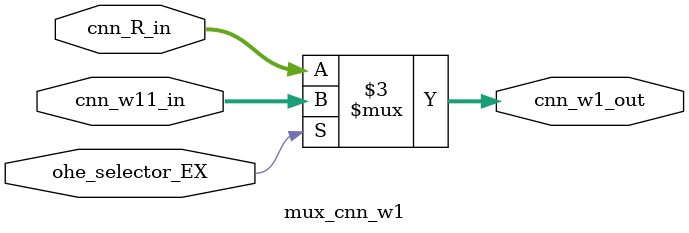
<source format=v>




`timescale 1ns/1ps

// module mux_cnn_w1 : mux_cnn_w1
module mux_cnn_w1
  ( input                    ohe_selector_EX,
    input      signed [31:0] cnn_R_in, // w32
    input      signed [31:0] cnn_w11_in, // w32
    output reg signed [31:0] cnn_w1_out // w32
  );


  always @ (*)

  begin : p_mux_cnn_w1

    // cnn_w1_out = 32'sh0;

    // (cnn_w1_copy0_cnn_R_EX)
    // [cnn.n:38]
    cnn_w1_out = cnn_R_in;

    if (ohe_selector_EX) // (cnn_w1_copy_cnn_w11_EX)
    begin
      // [cnn.n:56]
      cnn_w1_out = cnn_w11_in;
    end

  end

endmodule

</source>
